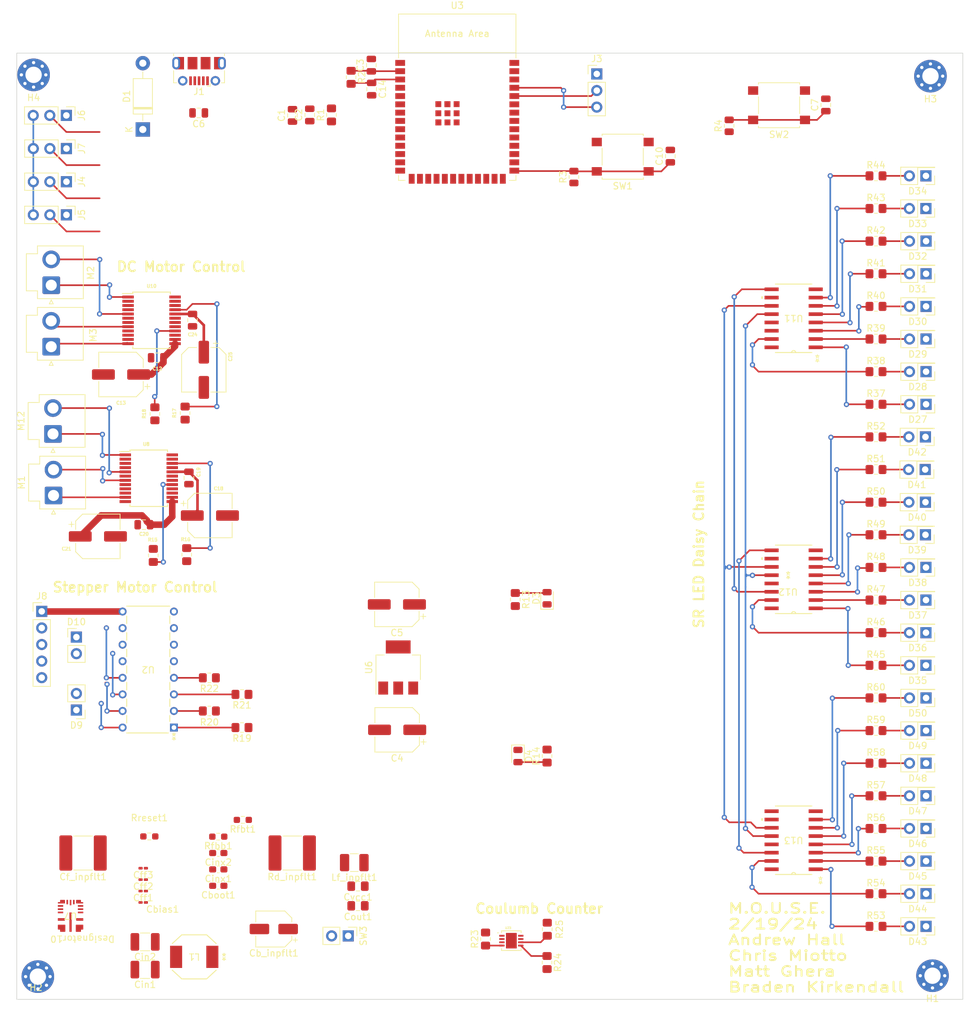
<source format=kicad_pcb>
(kicad_pcb (version 20221018) (generator pcbnew)
  (layers (0 "F.Cu" signal) (31 "B.Cu" signal) (34 "B.Paste" user) (35 "F.Paste" user) (36 "B.SilkS" user "B.Silkscreen") (37 "F.SilkS" user "F.Silkscreen") (38 "B.Mask" user) (39 "F.Mask" user) (44 "Edge.Cuts" user))
  (net 0 "")
  (net 1 "+3.3V")
  (net 2 "GND")
  (net 3 "/ESP_3V3")
  (net 4 "+5V")
  (net 5 "GPIO0")
  (net 6 "CHIP_PU")
  (net 7 "Net-(U7-SW)")
  (net 8 "Net-(U7-CBOOT)")
  (net 9 "Net-(Cb_inpflt1-Pad1)")
  (net 10 "Net-(U7-FB)")
  (net 11 "Net-(SW3-B)")
  (net 12 "Net-(U7-EN)")
  (net 13 "Net-(U7-VCC)")
  (net 14 "Net-(D1-A)")
  (net 15 "Net-(D3-A)")
  (net 16 "Net-(D4-A)")
  (net 17 "Net-(D27-A)")
  (net 18 "Net-(D28-A)")
  (net 19 "Net-(D29-A)")
  (net 20 "Net-(D30-A)")
  (net 21 "Net-(D31-A)")
  (net 22 "Net-(D32-A)")
  (net 23 "Net-(D33-A)")
  (net 24 "Net-(D34-A)")
  (net 25 "Net-(D35-A)")
  (net 26 "Net-(D36-A)")
  (net 27 "Net-(D37-A)")
  (net 28 "Net-(D38-A)")
  (net 29 "Net-(D39-A)")
  (net 30 "Net-(D40-A)")
  (net 31 "Net-(D41-A)")
  (net 32 "Net-(D42-A)")
  (net 33 "Net-(D43-A)")
  (net 34 "Net-(D44-A)")
  (net 35 "Net-(D45-A)")
  (net 36 "Net-(D46-A)")
  (net 37 "Net-(D47-A)")
  (net 38 "Net-(D48-A)")
  (net 39 "Net-(D49-A)")
  (net 40 "Net-(D50-A)")
  (net 41 "GPIO19")
  (net 42 "GPIO20")
  (net 45 "RXD")
  (net 46 "TXD")
  (net 47 "PIR1")
  (net 48 "PIR2")
  (net 49 "PIR3")
  (net 50 "PIR4")
  (net 51 "Net-(U2-OUT1)")
  (net 52 "MD1-1")
  (net 53 "Net-(U8-AIN1)")
  (net 54 "MD1-2")
  (net 55 "Net-(U8-AIN2)")
  (net 56 "MD2-1")
  (net 57 "Net-(U10-AIN1)")
  (net 58 "MD2-2")
  (net 59 "Net-(U10-AIN2)")
  (net 60 "SMD1")
  (net 61 "Net-(U2-IN1)")
  (net 62 "SMD2")
  (net 63 "Net-(U2-IN2)")
  (net 64 "SMD3")
  (net 65 "Net-(U2-IN3)")
  (net 66 "SMD4")
  (net 67 "Net-(U2-IN4)")
  (net 68 "CC-2")
  (net 69 "CC-1")
  (net 70 "CC-3")
  (net 71 "Net-(U11-QB)")
  (net 72 "Net-(U11-QA)")
  (net 73 "Net-(U11-QC)")
  (net 74 "Net-(U11-QD)")
  (net 75 "Net-(U11-QE)")
  (net 76 "Net-(U11-QF)")
  (net 77 "Net-(U11-QG)")
  (net 78 "Net-(U11-QH)")
  (net 79 "Net-(U12-QB)")
  (net 80 "Net-(U12-QA)")
  (net 81 "Net-(U12-QC)")
  (net 82 "Net-(U12-QD)")
  (net 83 "Net-(U12-QE)")
  (net 84 "Net-(U12-QF)")
  (net 85 "Net-(U12-QG)")
  (net 86 "Net-(U12-QH)")
  (net 87 "Net-(U13-QB)")
  (net 88 "Net-(U13-QA)")
  (net 89 "Net-(U13-QC)")
  (net 90 "Net-(U13-QD)")
  (net 91 "Net-(U13-QE)")
  (net 92 "Net-(U13-QF)")
  (net 93 "Net-(U13-QG)")
  (net 94 "Net-(U13-QH)")
  (net 95 "Net-(U7-RESET)")
  (net 96 "18V")
  (net 103 "LATCH")
  (net 104 "STBY")
  (net 106 "SER")
  (net 107 "CLK")
  (net 117 "MD2")
  (net 118 "MD1")
  (net 119 "Net-(U11-QH')")
  (net 120 "Net-(U12-QH')")
  (net 124 "Net-(D5-A1)")
  (net 125 "Net-(D5-A2)")
  (net 126 "Net-(D6-A1)")
  (net 127 "Net-(D6-A2)")
  (net 128 "Net-(D7-A1)")
  (net 129 "Net-(D7-A2)")
  (net 130 "Net-(D8-A1)")
  (net 131 "Net-(D8-A2)")
  (net 132 "Net-(D9-A1)")
  (net 133 "Net-(D9-A2)")
  (net 134 "Net-(D10-A2)")
  (footprint "Connector_USB:USB_Micro-B_Molex-105017-0001" (layer "F.Cu") (at 55.88 35.14369 180)
    (fp_text reference "J1")
    (fp_text value "USB_B_Micro")
  )
  (footprint "Capacitor_SMD:C_1210_3225Metric_Pad1.33x2.70mm_HandSolder" (layer "F.Cu") (at 47.6077 168.5552 180)
    (fp_text reference "Cin2")
    (fp_text value "10uF")
  )
  (footprint "MountingHole:MountingHole_2.5mm_Pad_Via" (layer "F.Cu") (at 30.521393 35.695996 180)
    (fp_text reference "H4")
    (fp_text value "MountingHole")
  )
  (footprint "Resistor_SMD:R_0805_2012Metric_Pad1.20x1.40mm_HandSolder" (layer "F.Cu") (at 159.635568 101.176187)
    (fp_text reference "R50")
    (fp_text value "200Ω")
  )
  (footprint "ULN2003APG:DIP-16L_6P35X19P18_TOS" (layer "F.Cu") (at 52.030198 135.71348 180)
    (fp_text reference "U2")
    (fp_text value "ULN2003APG")
  )
  (footprint "Capacitor_SMD:C_0805_2012Metric" (layer "F.Cu") (at 70.202146 41.906868 90)
    (fp_text reference "C1")
    (fp_text value "10uF/25V")
  )
  (footprint "MountingHole:MountingHole_2.5mm_Pad_Via" (layer "F.Cu") (at 31.173616 173.878341 180)
    (fp_text reference "H2")
    (fp_text value "MountingHole")
  )
  (footprint "Resistor_SMD:R_0805_2012Metric_Pad1.20x1.40mm_HandSolder" (layer "F.Cu") (at 57.4602 133.17348 180)
    (fp_text reference "R20")
    (fp_text value "20Ohm")
  )
  (footprint "SN74HC595NSR:NS16" (layer "F.Cu") (at 147.013768 113.001187 180)
    (fp_text reference "U12")
    (fp_text value "74HC595")
  )
  (footprint "Capacitor_SMD:C_0201_0603Metric_Pad0.64x0.40mm_HandSolder" (layer "F.Cu") (at 47.325 157.2652 180)
    (fp_text reference "Cff3")
    (fp_text value "6.8pF")
  )
  (footprint "Resistor_SMD:R_0603_1608Metric_Pad0.98x0.95mm_HandSolder" (layer "F.Cu") (at 58.83 152.43 180)
    (fp_text reference "Rfbb1")
    (fp_text value "24.9kOhm")
  )
  (footprint "Connector_PinHeader_2.54mm:PinHeader_2x01_P2.54mm_Vertical" (layer "F.Cu") (at 167.219168 106.176187 180)
    (fp_text reference "D39")
    (fp_text value "LED")
  )
  (footprint "Capacitor_SMD:CP_Elec_6.3x7.7" (layer "F.Cu") (at 57.542791 103.221861)
    (fp_text reference "C18")
    (fp_text value "10uF")
  )
  (footprint "Connector_PinHeader_2.54mm:PinHeader_2x01_P2.54mm_Vertical" (layer "F.Cu") (at 167.29738 116.176187 180)
    (fp_text reference "D37")
    (fp_text value "LED")
  )
  (footprint "Connector_PinHeader_2.54mm:PinHeader_2x01_P2.54mm_Vertical" (layer "F.Cu") (at 167.29738 126.176187 180)
    (fp_text reference "D35")
    (fp_text value "LED")
  )
  (footprint "Capacitor_SMD:C_2220_5750Metric_Pad1.97x5.40mm_HandSolder" (layer "F.Cu") (at 70.16 154.94 180)
    (fp_text reference "Rd_inpflt1")
    (fp_text value "100mOhm")
  )
  (footprint "Connector_PinHeader_2.54mm:PinHeader_1x02_P2.54mm_Vertical" (layer "F.Cu") (at 37.083967 121.854431)
    (fp_text reference "D10")
    (fp_text value "D_TVS")
  )
  (footprint "Capacitor_SMD:C_0805_2012Metric_Pad1.18x1.45mm_HandSolder" (layer "F.Cu") (at 80.2425 160.02 180)
    (fp_text reference "Cvcc1")
    (fp_text value "2.2uF")
  )
  (footprint "Resistor_SMD:R_0805_2012Metric_Pad1.20x1.40mm_HandSolder" (layer "F.Cu") (at 159.635568 161.176187)
    (fp_text reference "R54")
    (fp_text value "200Ω")
  )
  (footprint "Connector_PinHeader_2.54mm:PinHeader_1x03_P2.54mm_Vertical" (layer "F.Cu") (at 35.56 52.07 -90)
    (fp_text reference "J4")
    (fp_text value "PIR 1 Header")
  )
  (footprint "Connector_PinHeader_2.54mm:PinHeader_1x03_P2.54mm_Vertical" (layer "F.Cu") (at 35.545 41.91 -90)
    (fp_text reference "J6")
    (fp_text value "PIR 3 Header")
  )
  (footprint "Connector_PinHeader_2.54mm:PinHeader_2x01_P2.54mm_Vertical" (layer "F.Cu") (at 167.31086 136.176187 180)
    (fp_text reference "D49")
    (fp_text value "LED")
  )
  (footprint "Capacitor_SMD:C_0201_0603Metric_Pad0.64x0.40mm_HandSolder" (layer "F.Cu") (at 47.325 159.0152 180)
    (fp_text reference "Cff2")
    (fp_text value "6.8pF")
  )
  (footprint "Connector_PinHeader_2.54mm:PinHeader_2x01_P2.54mm_Vertical" (layer "F.Cu") (at 167.31086 76.176187 180)
    (fp_text reference "D29")
    (fp_text value "LED")
  )
  (footprint "MountingHole:MountingHole_2.5mm_Pad_Via" (layer "F.Cu") (at 167.984748 35.893713 180)
    (fp_text reference "H3")
    (fp_text value "MountingHole")
  )
  (footprint "Connector_JST:JST_VH_B2P-VH_1x02_P3.96mm_Vertical" (layer "F.Cu") (at 33.226635 67.93133 90)
    (fp_text reference "M2")
    (fp_text value "Motor_DC")
  )
  (footprint "Connector_PinHeader_2.54mm:PinHeader_1x02_P2.54mm_Vertical" (layer "F.Cu") (at 78.74 167.64 -90)
    (fp_text reference "SW3")
    (fp_text value "SW_SPST")
  )
  (footprint "Resistor_SMD:R_0805_2012Metric_Pad1.20x1.40mm_HandSolder" (layer "F.Cu") (at 159.635568 86.176187)
    (fp_text reference "R37")
    (fp_text value "200Ω")
  )
  (footprint "LTC2944IDD_PBF:SON300X300X80-9N" (layer "F.Cu") (at 103.745553 168.368575)
    (fp_text reference "U23")
    (fp_text value "LTC2944IDD_PBF")
  )
  (footprint "Resistor_SMD:R_0805_2012Metric_Pad1.20x1.40mm_HandSolder" (layer "F.Cu") (at 99.792451 168.119669 90)
    (fp_text reference "R23")
    (fp_text value "2k")
  )
  (footprint "Resistor_SMD:R_0805_2012Metric_Pad1.20x1.40mm_HandSolder" (layer "F.Cu") (at 57.4602 128.09348 180)
    (fp_text reference "R22")
    (fp_text value "20Ohm")
  )
  (footprint "Resistor_SMD:R_0805_2012Metric_Pad1.20x1.40mm_HandSolder" (layer "F.Cu") (at 48.867818 109.336242 -90)
    (fp_text reference "R15")
    (fp_text value "20Ohm")
  )
  (footprint "Connector_PinHeader_2.54mm:PinHeader_2x01_P2.54mm_Vertical" (layer "F.Cu") (at 167.219168 91.176187 180)
    (fp_text reference "D42")
    (fp_text value "LED")
  )
  (footprint "Connector_PinHeader_2.54mm:PinHeader_2x01_P2.54mm_Vertical" (layer "F.Cu") (at 167.31086 71.176187 180)
    (fp_text reference "D30")
    (fp_text value "LED")
  )
  (footprint "Capacitor_SMD:C_0603_1608Metric_Pad1.08x0.95mm_HandSolder" (layer "F.Cu") (at 58.83 159.96 180)
    (fp_text reference "Cboot1")
    (fp_text value "100nF")
  )
  (footprint "Connector_PinHeader_2.54mm:PinHeader_1x03_P2.54mm_Vertical" (layer "F.Cu") (at 35.56 57.15 -90)
    (fp_text reference "J5")
    (fp_text value "PIR 2 Header")
  )
  (footprint "Capacitor_SMD:C_0805_2012Metric_Pad1.18x1.45mm_HandSolder" (layer "F.Cu") (at 80.2425 163.03 180)
    (fp_text reference "Cout1")
    (fp_text value "10uF")
  )
  (footprint "Connector_PinHeader_2.54mm:PinHeader_1x02_P2.54mm_Vertical" (layer "F.Cu") (at 37.083967 133.034611 180)
    (fp_text reference "D9")
    (fp_text value "D_TVS")
  )
  (footprint "Resistor_SMD:R_0603_1608Metric_Pad0.98x0.95mm_HandSolder" (layer "F.Cu") (at 62.5875 149.86 180)
    (fp_text reference "Rfbt1")
    (fp_text value "100kOhm")
  )
  (footprint "Diode_THT:D_DO-41_SOD81_P10.16mm_Horizontal" (layer "F.Cu") (at 47.26 44.06619 90)
    (fp_text reference "D1")
    (fp_text value "1N5819")
  )
  (footprint "SN74HC595NSR:NS16" (layer "F.Cu") (at 147.013768 152.981187 180)
    (fp_text reference "U13")
    (fp_text value "74HC595")
  )
  (footprint "Connector_PinHeader_2.54mm:PinHeader_2x01_P2.54mm_Vertical" (layer "F.Cu") (at 167.31086 166.176187 180)
    (fp_text reference "D43")
    (fp_text value "LED")
  )
  (footprint "Connector_PinHeader_2.54mm:PinHeader_2x01_P2.54mm_Vertical" (layer "F.Cu") (at 167.31086 151.176187 180)
    (fp_text reference "D46")
    (fp_text value "LED")
  )
  (footprint "Resistor_SMD:R_0805_2012Metric_Pad1.20x1.40mm_HandSolder" (layer "F.Cu") (at 62.4602 130.63348 180)
    (fp_text reference "R21")
    (fp_text value "20Ohm")
  )
  (footprint "Resistor_SMD:R_0805_2012Metric_Pad1.20x1.40mm_HandSolder" (layer "F.Cu") (at 159.635568 126.176187)
    (fp_text reference "R45")
    (fp_text value "200Ω")
  )
  (footprint "Connector_PinHeader_2.54mm:PinHeader_2x01_P2.54mm_Vertical" (layer "F.Cu") (at 167.31086 66.176187 180)
    (fp_text reference "D31")
    (fp_text value "LED")
  )
  (footprint "Package_TO_SOT_SMD:SOT-223-3_TabPin2" (layer "F.Cu") (at 86.404799 126.511735 90)
    (fp_text reference "U6")
    (fp_text value "LD1117S33TR_SOT223")
  )
  (footprint "Button_Switch_SMD:SW_SPST_B3S-1000" (layer "F.Cu") (at 120.815 48.234289 180)
    (fp_text reference "SW1")
    (fp_text value "BOOT")
  )
  (footprint "Capacitor_SMD:CP_Elec_6.3x7.7" (layer "F.Cu") (at 43.920544 81.612317 180)
    (fp_text reference "C13")
    (fp_text value "10uF")
  )
  (footprint "Resistor_SMD:R_0805_2012Metric_Pad1.20x1.40mm_HandSolder" (layer "F.Cu") (at 159.635568 76.176187)
    (fp_text reference "R39")
    (fp_text value "200Ω")
  )
  (footprint "Connector_PinHeader_2.54mm:PinHeader_2x01_P2.54mm_Vertical" (layer "F.Cu") (at 167.292787 56.176187 180)
    (fp_text reference "D33")
    (fp_text value "LED")
  )
  (footprint "Capacitor_SMD:C_0805_2012Metric" (layer "F.Cu") (at 128.115657 48.150935 90)
    (fp_text reference "C10")
    (fp_text value "0.1uF/50V")
  )
  (footprint "Espressif:ESP32-S3-WROOM-1" (layer "F.Cu") (at 95.455605 42.123638)
    (fp_text reference "U3")
    (fp_text value "ESP32-S3-WROOM-1")
  )
  (footprint "Inductor_SMD:L_1210_3225Metric_Pad1.42x2.65mm_HandSolder" (layer "F.Cu") (at 79.6725 156.41 180)
    (fp_text reference "Lf_inpflt1")
    (fp_text value "220nH")
  )
  (footprint "Resistor_SMD:R_0805_2012Metric_Pad1.20x1.40mm_HandSolder" (layer "F.Cu") (at 49.113414 87.637822 90)
    (fp_text reference "R18")
    (fp_text value "20Ohm")
  )
  (footprint "Resistor_SMD:R_0805_2012Metric_Pad1.20x1.40mm_HandSolder" (layer "F.Cu") (at 159.635568 141.176187)
    (fp_text reference "R58")
    (fp_text value "200Ω")
  )
  (footprint "Capacitor_SMD:CP_Elec_6.3x7.7" (layer "F.Cu") (at 86.2 116.84 180)
    (fp_text reference "C5")
    (fp_text value "10uF")
  )
  (footprint "Connector_PinHeader_2.54mm:PinHeader_2x01_P2.54mm_Vertical" (layer "F.Cu") (at 167.175568 96.176187 180)
    (fp_text reference "D41")
    (fp_text value "LED")
  )
  (footprint "Resistor_SMD:R_0805_2012Metric_Pad1.20x1.40mm_HandSolder" (layer "F.Cu") (at 53.994555 109.214103 90)
    (fp_text reference "R16")
    (fp_text value "20Ohm")
  )
  (footprint "Capacitor_SMD:C_2220_5750Metric_Pad1.97x5.40mm_HandSolder" (layer "F.Cu") (at 38.1 154.94 180)
    (fp_text reference "Cf_inpflt1")
    (fp_text value "4.7uF")
  )
  (footprint "Capacitor_SMD:C_0805_2012Metric" (layer "F.Cu") (at 54.328869 97.466387 -90)
    (fp_text reference "C19")
    (fp_text value "0.1uF")
  )
  (footprint "Connector_PinHeader_2.54mm:PinHeader_2x01_P2.54mm_Vertical" (layer "F.Cu") (at 167.31086 156.176187 180)
    (fp_text reference "D45")
    (fp_text value "LED")
  )
  (footprint "Resistor_SMD:R_0805_2012Metric" (layer "F.Cu") (at 113.335115 51.350611 90)
    (fp_text reference "R3")
    (fp_text value "10k")
  )
  (footprint "Resistor_SMD:R_0805_2012Metric_Pad1.20x1.40mm_HandSolder" (layer "F.Cu") (at 109.22 171.72 -90)
    (fp_text reference "R24")
    (fp_text value "2k")
  )
  (footprint "LED_SMD:LED_0805_2012Metric" (layer "F.Cu") (at 109.22 115.9025 90)
    (fp_text reference "D3")
    (fp_text value "LED")
  )
  (footprint "Capacitor_SMD:C_0805_2012Metric" (layer "F.Cu") (at 151.944725 40.30638 90)
    (fp_text reference "C7")
    (fp_text value "0.1uF/50V")
  )
  (footprint "LM62460RPHR:RPH0016A" (layer "F.Cu") (at 36.184501 164.570001 180)
    (fp_text reference "U7")
    (fp_text value "LM62460RPHR")
  )
  (footprint "MountingHole:MountingHole_2.5mm_Pad_Via" (layer "F.Cu") (at 168.296447 173.741919 180)
    (fp_text reference "H1")
    (fp_text value "MountingHole")
  )
  (footprint "Resistor_SMD:R_0805_2012Metric_Pad1.20x1.40mm_HandSolder" (layer "F.Cu") (at 159.635568 51.176187)
    (fp_text reference "R44")
    (fp_text value "200Ω")
  )
  (footprint "Resistor_SMD:R_0805_2012Metric_Pad1.20x1.40mm_HandSolder" (layer "F.Cu") (at 159.635568 136.176187)
    (fp_text reference "R59")
    (fp_text value "200Ω")
  )
  (footprint "Capacitor_SMD:C_0603_1608Metric_Pad1.08x0.95mm_HandSolder" (layer "F.Cu") (at 58.83 157.45 180)
    (fp_text reference "Cinx1")
    (fp_text value "1uF")
  )
  (footprint "Resistor_SMD:R_0805_2012Metric_Pad1.20x1.40mm_HandSolder" (layer "F.Cu") (at 159.635568 166.176187)
    (fp_text reference "R53")
    (fp_text value "200Ω")
  )
  (footprint "Capacitor_SMD:C_0805_2012Metric" (layer "F.Cu") (at 72.850255 41.838967 90)
    (fp_text reference "C2")
    (fp_text value "1uF/50V")
  )
  (footprint "Capacitor_SMD:C_0201_0603Metric_Pad0.64x0.40mm_HandSolder" (layer "F.Cu") (at 47.325 162.5152 180)
    (fp_text reference "Cbias1")
    (fp_text value "1uF")
  )
  (footprint "Resistor_SMD:R_0805_2012Metric_Pad1.20x1.40mm_HandSolder" (layer "F.Cu") (at 109.24788 166.616387 90)
    (fp_text reference "R25")
    (fp_text value "2k")
  )
  (footprint "Capacitor_SMD:C_0805_2012Metric" (layer "F.Cu") (at 82.333653 37.879327 -90)
    (fp_text reference "C14")
    (fp_text value "1uf/16V")
  )
  (footprint "Connector_PinHeader_2.54mm:PinHeader_2x01_P2.54mm_Vertical" (layer "F.Cu") (at 167.29738 111.176187 180)
    (fp_text reference "D38")
    (fp_text value "LED")
  )
  (footprint "Capacitor_SMD:C_0805_2012Metric" (layer "F.Cu") (at 54.883303 73.280969 -90)
    (fp_text reference "C24")
    (fp_text value "0.1uF")
  )
  (footprint "Package_SO:SSOP-24_5.3x8.2mm_P0.65mm" (layer "F.Cu") (at 48.604138 73.312879)
    (fp_text reference "U10")
    (fp_text value "TB6612FNG")
  )
  (footprint "Connector_PinHeader_2.54mm:PinHeader_2x01_P2.54mm_Vertical" (layer "F.Cu") (at 167.31086 141.176187 180)
    (fp_text reference "D48")
    (fp_text value "LED")
  )
  (footprint "Resistor_SMD:R_0805_2012Metric_Pad1.20x1.40mm_HandSolder" (layer "F.Cu") (at 159.635568 106.176187)
    (fp_text reference "R49")
    (fp_text value "200Ω")
  )
  (footprint "Capacitor_SMD:C_1210_3225Metric_Pad1.33x2.70mm_HandSolder" (layer "F.Cu") (at 47.6077 172.8052 180)
    (fp_text reference "Cin1")
    (fp_text value "10uF")
  )
  (footprint "Button_Switch_SMD:SW_SPST_B3S-1000" (layer "F.Cu") (at 144.78 40.35 180)
    (fp_text reference "SW2")
    (fp_text value "RESET")
  )
  (footprint "Capacitor_SMD:C_0805_2012Metric" (layer "F.Cu") (at 82.288386 34.211509 90)
    (fp_text reference "C3")
    (fp_text value "1uF/16V")
  )
  (footprint "Resistor_SMD:R_0805_2012Metric_Pad1.20x1.40mm_HandSolder" (layer "F.Cu") (at 159.635568 56.176187)
    (fp_text reference "R43")
    (fp_text value "200Ω")
  )
  (footprint "Capacitor_SMD:C_0805_2012Metric" (layer "F.Cu") (at 47.427173 104.628539 180)
    (fp_text reference "C20")
    (fp_text value "0.1uF")
  )
  (footprint "Resistor_SMD:R_0805_2012Metric_Pad1.20x1.40mm_HandSolder" (layer "F.Cu") (at 159.635568 66.176187)
    (fp_text reference "R41")
    (fp_text value "200Ω")
  )
  (footprint "Connector_JST:JST_VH_B2P-VH_1x02_P3.96mm_Vertical" (layer "F.Cu") (at 33.49475 90.718578 90)
    (fp_text reference "M12")
    (fp_text value "Motor_DC")
  )
  (footprint "Resistor_SMD:R_0805_2012Metric_Pad1.20x1.40mm_HandSolder" (layer "F.Cu") (at 159.635568 61.176187)
    (fp_text reference "R42")
    (fp_text value "200Ω")
  )
  (footprint "Connector_PinHeader_2.54mm:PinHeader_2x01_P2.54mm_Vertical" (layer "F.Cu") (at 167.292787 51.176187 180)
    (fp_text reference "D34")
    (fp_text value "LED")
  )
  (footprint "Resistor_SMD:R_0805_2012Metric_Pad1.20x1.40mm_HandSolder" (layer "F.Cu") (at 62.4602 135.71348 180)
    (fp_text reference "R19")
    (fp_text value "20Ohm")
  )
  (footprint "Resistor_SMD:R_0805_2012Metric_Pad1.20x1.40mm_HandSolder" (layer "F.Cu") (at 159.635568 156.176187)
    (fp_text reference "R55")
    (fp_text value "200Ω")
  )
  (footprint "Resistor_SMD:R_0805_2012Metric_Pad1.20x1.40mm_HandSolder" (layer "F.Cu") (at 159.635568 116.176187)
    (fp_text reference "R47")
    (fp_text value "200Ω")
  )
  (footprint "Connector_PinHeader_2.54mm:PinHeader_2x01_P2.54mm_Vertical" (layer "F.Cu") (at 167.31086 81.176187 180)
    (fp_text reference "D28")
    (fp_text value "LED")
  )
  (footprint "Resistor_SMD:R_0805_2012Metric_Pad1.20x1.40mm_HandSolder" (layer "F.Cu") (at 159.635568 71.176187)
    (fp_text reference "R40")
    (fp_text value "200Ω")
  )
  (footprint "Capacitor_SMD:C_0201_0603Metric_Pad0.64x0.40mm_HandSolder" (layer "F.Cu") (at 47.325 160.7652 180)
    (fp_text reference "Cff1")
    (fp_text value "6.8pF")
  )
  (footprint "Connector_PinHeader_2.54mm:PinHeader_1x03_P2.54mm_Vertical" (layer "F.Cu") (at 35.56 46.99 -90)
    (fp_text reference "J7")
    (fp_text value "PIR 4 Header")
  )
  (footprint "Resistor_SMD:R_0805_2012Metric_Pad1.20x1.40mm_HandSolder" (layer "F.Cu") (at 159.635568 121.176187)
    (fp_text reference "R46")
    (fp_text value "200Ω")
  )
  (footprint "Resistor_SMD:R_0805_2012Metric_Pad1.20x1.40mm_HandSolder" (layer "F.Cu") (at 159.635568 96.176187)
    (fp_text reference "R51")
    (fp_text value "200Ω")
  )
  (footprint "Resistor_SMD:R_0805_2012Metric_Pad1.20x1.40mm_HandSolder" (layer "F.Cu") (at 53.742908 87.524064 90)
    (fp_text reference "R17")
    (fp_text value "20Ohm")
  )
  (footprint "Capacitor_SMD:C_0805_2012Metric" (layer "F.Cu") (at 49.476284 79.048129 180)
    (fp_text reference "C12")
    (fp_text value "0.1uF")
  )
  (footprint "Capacitor_SMD:CP_Elec_6.3x7.7" (layer "F.Cu") (at 86.244799 136.061735 180)
    (fp_text reference "C4")
    (fp_text value "10uF")
  )
  (footprint "Resistor_SMD:R_0805_2012Metric_Pad1.20x1.40mm_HandSolder" (layer "F.Cu") (at 79.187609 36.072181 -90)
    (fp_text reference "R2")
    (fp_text value "10K")
  )
  (footprint "Resistor_SMD:R_0805_2012Metric_Pad1.20x1.40mm_HandSolder" (layer "F.Cu") (at 159.635568 146.176187)
    (fp_text reference "R57")
    (fp_text value "200Ω")
  )
  (footprint "Capacitor_SMD:C_0805_2012Metric" (layer "F.Cu") (at 55.83 41.52619 180)
    (fp_text reference "C6")
    (fp_text value "10uF/25V")
  )
  (footprint "Connector_PinHeader_2.54mm:PinHeader_2x01_P2.54mm_Vertical" (layer "F.Cu") (at 167.31086 161.176187 180)
    (fp_text reference "D44")
    (fp_text value "LED")
  )
  (footprint "Connector_JST:JST_VH_B2P-VH_1x02_P3.96mm_Vertical" (layer "F.Cu") (at 33.572928 100.152078 90)
    (fp_text reference "M1")
    (fp_text value "Motor_DC")
  )
  (footprint "Resistor_SMD:R_0805_2012Metric_Pad1.20x1.40mm_HandSolder" (layer "F.Cu") (at 76.177366 41.83544 90)
    (fp_text reference "R1")
    (fp_text value "0")
  )
  (footprint "LED_SMD:LED_0805_2012Metric" (layer "F.Cu") (at 104.75891 140.07252 -90)
    (fp_text reference "D4")
    (fp_text value "LED")
  )
  (footprint "Capacitor_SMD:CP_Elec_6.3x7.7" (layer "F.Cu") (at 56.612219 80.890902 -90)
    (fp_text reference "C25")
    (fp_text value "10uF")
  )
  (footprint "Resistor_SMD:R_0805_2012Metric_Pad1.20x1.40mm_HandSolder" (layer "F.Cu") (at 159.635568 111.176187)
    (fp_text reference "R48")
    (fp_text value "200Ω")
  )
  (footprint "Connector_JST:JST_VH_B2P-VH_1x02_P3.96mm_Vertical" (layer "F.Cu") (at 33.217507 77.353258 90)
    (fp_text reference "M3")
    (fp_text value "Motor_DC")
  )
  (footprint "Capacitor_SMD:CP_Elec_6.3x7.7" (layer "F.Cu") (at 40.371769 106.421133)
    (fp_text reference "C21")
    (fp_text value "10uF")
  )
  (footprint "Connector_PinHeader_2.54mm:PinHeader_2x01_P2.54mm_Vertical" (layer "F.Cu") (at 167.29738 121.176187 180)
    (fp_text reference "D36")
    (fp_text value "LED")
  )
  (footprint "Connector_PinHeader_2.54mm:PinHeader_2x01_P2.54mm_Vertical" (layer "F.Cu") (at 167.31086 86.176187 180)
    (fp_text reference "D27")
    (fp_text value "LED")
  )
  (footprint "Connector_PinHeader_2.54mm:PinHeader_2x01_P2.54mm_Vertical" (layer "F.Cu") (at 167.31086 146.176187 180)
    (fp_text reference "D47")
    (fp_text value "LED")
  )
  (footprint "Connector_PinHeader_2.54mm:PinHeader_2x01_P2.54mm_Vertical" (layer "F.Cu") (at 167.219168 101.176187 180)
    (fp_text reference "D40")
    (fp_text value "LED")
  )
  (footprint "Resistor_SMD:R_0805_2012Metric_Pad1.20x1.40mm_HandSolder" (layer "F.Cu") (at 159.635568 91.176187)
    (fp_text reference "R52")
    (fp_text value "200Ω")
  )
  (footprint "Resistor_SMD:R_0805_2012Metric_Pad1.20x1.40mm_HandSolder" (layer "F.Cu") (at 159.635568 81.176187)
    (fp_text reference "R38")
    (fp_text value "200Ω")
  )
  (footprint "Resistor_SMD:R_0805_2012Metric" (layer "F.Cu") (at 137.130516 43.501667 90)
    (fp_text reference "R4")
    (fp_text value "10k")
  )
  (footprint "Resistor_SMD:R_0805_2012Metric_Pad1.20x1.40mm_HandSolder" (layer "F.Cu") (at 109.22 140.08109 90)
    (fp_text reference "R14")
    (fp_text value "333Ω")
  )
  (footprint "Resistor_SMD:R_0805_2012Metric_Pad1.20x1.40mm_HandSolder" (layer "F.Cu") (at 159.635568 151.176187)
    (fp_text reference "R56")
    (fp_text value "200Ω")
  )
  (footprint "Connector_PinHeader_2.54mm:PinHeader_2x01_P2.54mm_Vertical" (layer "F.Cu") (at 167.31086 61.176187 180)
    (fp_text reference "D32")
    (fp_text value "LED")
  )
  (footprint "SPM6530T-1R0M120:IND_SPM6530_TDK" (layer "F.Cu") (at 55.1425 170.85 180)
    (fp_text reference "L1")
    (fp_text value "1uH")
  )
  (footprint "Package_SO:SSOP-24_5.3x8.2mm_P0.65mm" (layer "F.Cu") (at 48.172359 97.509196)
    (fp_text reference "U8")
    (fp_text value "TB6612FNG")
  )
  (footprint "Resistor_SMD:R_0805_2012Metric_Pad1.20x1.40mm_HandSolder" (layer "F.Cu") (at 104.351943 116.092835 -90)
    (fp_text reference "R13")
    (fp_text value "200Ω")
  )
  (footprint "Connector_PinHeader_2.54mm:PinHeader_2x01_P2.54mm_Vertical" (layer "F.Cu") (at 167.31086 131.176187 180)
    (fp_text reference "D50")
    (fp_text value "LED")
  )
  (footprint "Connector_PinHeader_2.54mm:PinHeader_1x05_P2.54mm_Vertical" (layer "F.Cu") (at 31.768125 117.909684)
    (fp_text reference "J8")
    (fp_text value "step. mot. con.")
  )
  (footprint "SN74HC595NSR:NS16" (layer "F.Cu") (at 147.013768 73.001187 180)
    (fp_text reference "U11")
    (fp_text value "74HC595")
  )
  (footprint "Capacitor_SMD:C_0603_1608Metric_Pad1.08x0.95mm_HandSolder" (layer "F.Cu") (at 58.83 154.94 180)
    (fp_text reference "Cinx2")
    (fp_text value "1uF")
  )
  (footprint "Resistor_SMD:R_0603_1608Metric_Pad0.98x0.95mm_HandSolder" (layer "F.Cu") (at 48.26 152.4 180)
    (fp_text reference "Rreset1")
    (fp_text value "100kOhm")
  )
  (footprint "Resistor_SMD:R_0805_2012Metric_Pad1.20x1.40mm_HandSolder" (layer "F.Cu") (at 159.635568 131.176187)
    (fp_text reference "R60")
    (fp_text value "200Ω")
  )
  (footprint "Connector_PinHeader_2.54mm:PinHeader_1x03_P2.54mm_Vertical" (layer "F.Cu") (at 116.84 35.56)
    (fp_text reference "J3")
    (fp_text value "TXD/RXD/GND")
  )
  (footprint "Capacitor_SMD:CP_Elec_5x5.9" (layer "F.Cu") (at 67.335 166.5852 180)
    (fp_text reference "Cb_inpflt1")
    (fp_text value "4.7uF")
  )
  (gr_rect (start 27.94 32.363056) (end 172.94 177.363056) (stroke (width 0.1)) (fill none) (layer "Edge.Cuts"))
  (gr_text "SR LED Daisy Chain" (at 133.359928 120.66052 90) (layer "F.SilkS") (effects (font (size 1.5 1.5) (thickness 0.3) bold) (justify left bottom)))
  (gr_text "DC Motor Control" (at 43.12 65.98) (layer "F.SilkS") (effects (font (size 1.5 1.5) (thickness 0.3) bold) (justify left bottom)))
  (gr_text "Coulumb Counter" (at 98.06114 164.335988) (layer "F.SilkS") (effects (font (size 1.5 1.5) (thickness 0.3) bold) (justify left bottom)))
  (gr_text "M.O.U.S.E.\n2/19/24\nAndrew Hall\nChris Miotto\nMatt Ghera\nBraden Kirkendall" (at 136.797606 176.372759) (layer "F.SilkS") (effects (font (size 1.5 2) (thickness 0.3) bold) (justify left bottom)))
  (gr_text "Stepper Motor Control" (at 33.305688 115.080615) (layer "F.SilkS") (effects (font (size 1.5 1.5) (thickness 0.3) bold) (justify left bottom)))
  (segment (start 55.642791 97.830309) (end 55.642791 102.421861) (width 0.4) (layer "F.Cu") (net 1))
  (segment (start 54.883303 72.330969) (end 56.612219 74.059885) (width 0.4) (layer "F.Cu") (net 1))
  (segment (start 55.642791 102.421861) (end 54.842791 103.221861) (width 0.4) (layer "F.Cu") (net 1))
  (segment (start 54.328869 96.516387) (end 51.790168 96.516387) (width 0.4) (layer "F.Cu") (net 1))
  (segment (start 54.876393 72.337879) (end 54.883303 72.330969) (width 0.25) (layer "F.Cu") (net 1))
  (segment (start 52.204138 72.337879) (end 54.876393 72.337879) (width 0.4) (layer "F.Cu") (net 1))
  (segment (start 54.328869 96.516387) (end 55.642791 97.830309) (width 0.4) (layer "F.Cu") (net 1))
  (segment (start 51.790168 96.516387) (end 51.772359 96.534196) (width 0.25) (layer "F.Cu") (net 1))
  (segment (start 56.612219 74.059885) (end 56.612219 78.190902) (width 0.4) (layer "F.Cu") (net 1))
  (segment (start 30.48 52.07) (end 30.48 46.99) (width 0.25) (layer "B.Cu") (net 1))
  (segment (start 30.48 52.07) (end 30.48 57.15) (width 0.25) (layer "B.Cu") (net 1))
  (segment (start 30.48 46.99) (end 30.48 41.925) (width 0.25) (layer "B.Cu") (net 1))
  (segment (start 30.48 41.925) (end 30.465 41.91) (width 0.25) (layer "B.Cu") (net 1))
  (segment (start 82.199058 35.072181) (end 82.288386 35.161509) (width 0.25) (layer "F.Cu") (net 3))
  (segment (start 86.705605 35.133638) (end 82.316257 35.133638) (width 0.25) (layer "F.Cu") (net 3))
  (segment (start 82.316257 35.133638) (end 82.288386 35.161509) (width 0.25) (layer "F.Cu") (net 3))
  (segment (start 79.187609 35.072181) (end 82.199058 35.072181) (width 0.25) (layer "F.Cu") (net 3))
  (segment (start 48.587096 81.612317) (end 46.620544 81.612317) (width 1) (layer "F.Cu") (net 4))
  (segment (start 50.426284 79.048129) (end 50.426284 79.773129) (width 1) (layer "F.Cu") (net 4))
  (segment (start 40.889363 103.203539) (end 37.671769 106.421133) (width 1) (layer "F.Cu") (net 4))
  (segment (start 48.377173 104.628539) (end 47.877235 104.128601) (width 1) (layer "F.Cu") (net 4))
  (segment (start 44.1602 117.93348) (end 31.791921 117.93348) (width 1) (layer "F.Cu") (net 4))
  (segment (start 31.791921 117.93348) (end 31.768125 117.909684) (width 0.25) (layer "F.Cu") (net 4))
  (segment (start 50.55004 104.628539) (end 48.377173 104.628539) (width 1) (layer "F.Cu") (net 4))
  (segment (start 47.877235 104.128601) (end 47.877235 103.953171) (width 1) (layer "F.Cu") (net 4))
  (segment (start 47.877235 103.953171) (end 47.127603 103.203539) (width 1) (layer "F.Cu") (net 4))
  (segment (start 51.772359 103.40622) (end 50.55004 104.628539) (width 1) (layer "F.Cu") (net 4))
  (segment (start 47.127603 103.203539) (end 40.889363 103.203539) (width 1) (layer "F.Cu") (net 4))
  (segment (start 52.204138 76.887879) (end 52.204138 77.270275) (width 1) (layer "F.Cu") (net 4))
  (segment (start 50.426284 79.773129) (end 48.587096 81.612317) (width 1) (layer "F.Cu") (net 4))
  (segment (start 51.772359 101.084196) (end 51.772359 103.40622) (width 1) (layer "F.Cu") (net 4))
  (segment (start 52.204138 77.270275) (end 50.426284 79.048129) (width 1) (layer "F.Cu") (net 4))
  (segment (start 104.270078 50.438111) (end 104.205605 50.373638) (width 0.25) (layer "F.Cu") (net 5))
  (segment (start 124.79 50.484289) (end 126.732303 50.484289) (width 0.25) (layer "F.Cu") (net 5))
  (segment (start 116.84 50.484289) (end 124.79 50.484289) (width 0.25) (layer "F.Cu") (net 5))
  (segment (start 113.335115 50.438111) (end 104.270078 50.438111) (width 0.25) (layer "F.Cu") (net 5))
  (segment (start 126.732303 50.484289) (end 128.115657 49.100935) (width 0.25) (layer "F.Cu") (net 5))
  (segment (start 116.84 50.484289) (end 113.381293 50.484289) (width 0.25) (layer "F.Cu") (net 5))
  (segment (start 113.381293 50.484289) (end 113.335115 50.438111) (width 0.25) (layer "F.Cu") (net 5))
  (segment (start 79.330463 36.929327) (end 79.187609 37.072181) (width 0.25) (layer "F.Cu") (net 6))
  (segment (start 148.755 42.6) (end 150.601105 42.6) (width 0.25) (layer "F.Cu") (net 6))
  (segment (start 137.141349 42.6) (end 137.130516 42.589167) (width 0.25) (layer "F.Cu") (net 6))
  (segment (start 82.859342 36.403638) (end 82.333653 36.929327) (width 0.25) (layer "F.Cu") (net 6))
  (segment (start 86.705605 36.403638) (end 82.859342 36.403638) (width 0.25) (layer "F.Cu") (net 6))
  (segment (start 140.805 42.6) (end 137.141349 42.6) (width 0.25) (layer "F.Cu") (net 6))
  (segment (start 140.805 42.6) (end 148.755 42.6) (width 0.25) (layer "F.Cu") (net 6))
  (segment (start 150.601105 42.6) (end 151.944725 41.25638) (width 0.25) (layer "F.Cu") (net 6))
  (segment (start 82.333653 36.929327) (end 79.330463 36.929327) (width 0.25) (layer "F.Cu") (net 6))
  (segment (start 109.092165 115.092835) (end 109.22 114.965) (width 0.25) (layer "F.Cu") (net 15))
  (segment (start 104.351943 115.092835) (end 109.092165 115.092835) (width 0.25) (layer "F.Cu") (net 15))
  (segment (start 109.14893 141.01002) (end 109.22 141.08109) (width 0.25) (layer "F.Cu") (net 16))
  (segment (start 104.75891 141.01002) (end 109.14893 141.01002) (width 0.25) (layer "F.Cu") (net 16))
  (segment (start 160.635568 86.176187) (end 164.77086 86.176187) (width 0.25) (layer "F.Cu") (net 17))
  (segment (start 160.635568 81.176187) (end 164.77086 81.176187) (width 0.25) (layer "F.Cu") (net 18))
  (segment (start 160.635568 76.176187) (end 164.77086 76.176187) (width 0.25) (layer "F.Cu") (net 19))
  (segment (start 160.635568 71.176187) (end 164.77086 71.176187) (width 0.25) (layer "F.Cu") (net 20))
  (segment (start 160.635568 66.176187) (end 164.77086 66.176187) (width 0.25) (layer "F.Cu") (net 21))
  (segment (start 160.635568 61.176187) (end 164.77086 61.176187) (width 0.25) (layer "F.Cu") (net 22))
  (segment (start 160.635568 56.176187) (end 164.752787 56.176187) (width 0.25) (layer "F.Cu") (net 23))
  (segment (start 160.635568 51.176187) (end 164.752787 51.176187) (width 0.25) (layer "F.Cu") (net 24))
  (segment (start 160.635568 126.176187) (end 164.75738 126.176187) (width 0.25) (layer "F.Cu") (net 25))
  (segment (start 160.635568 121.176187) (end 164.75738 121.176187) (width 0.25) (layer "F.Cu") (net 26))
  (segment (start 160.635568 116.176187) (end 164.75738 116.176187) (width 0.25) (layer "F.Cu") (net 27))
  (segment (start 160.635568 111.176187) (end 164.75738 111.176187) (width 0.25) (layer "F.Cu") (net 28))
  (segment (start 160.635568 106.176187) (end 164.679168 106.176187) (width 0.25) (layer "F.Cu") (net 29))
  (segment (start 160.635568 101.176187) (end 164.679168 101.176187) (width 0.25) (layer "F.Cu") (net 30))
  (segment (start 160.635568 96.176187) (end 164.635568 96.176187) (width 0.25) (layer "F.Cu") (net 31))
  (segment (start 160.635568 91.176187) (end 164.679168 91.176187) (width 0.25) (layer "F.Cu") (net 32))
  (segment (start 160.635568 166.176187) (end 164.77086 166.176187) (width 0.25) (layer "F.Cu") (net 33))
  (segment (start 160.635568 161.176187) (end 164.77086 161.176187) (width 0.25) (layer "F.Cu") (net 34))
  (segment (start 160.635568 156.176187) (end 164.77086 156.176187) (width 0.25) (layer "F.Cu") (net 35))
  (segment (start 160.635568 151.176187) (end 164.77086 151.176187) (width 0.25) (layer "F.Cu") (net 36))
  (segment (start 160.635568 146.176187) (end 164.77086 146.176187) (width 0.25) (layer "F.Cu") (net 37))
  (segment (start 160.635568 141.176187) (end 164.77086 141.176187) (width 0.25) (layer "F.Cu") (net 38))
  (segment (start 160.635568 136.176187) (end 164.77086 136.176187) (width 0.25) (layer "F.Cu") (net 39))
  (segment (start 160.635568 131.176187) (end 164.77086 131.176187) (width 0.25) (layer "F.Cu") (net 40))
  (segment (start 115.996362 38.943638) (end 104.205605 38.943638) (width 0.25) (layer "F.Cu") (net 45))
  (segment (start 116.84 38.1) (end 115.996362 38.943638) (width 0.25) (layer "F.Cu") (net 45))
  (segment (start 111.333638 37.673638) (end 104.205605 37.673638) (width 0.25) (layer "F.Cu") (net 46))
  (segment (start 111.76 38.1) (end 111.333638 37.673638) (width 0.25) (layer "F.Cu") (net 46))
  (segment (start 116.84 40.64) (end 111.76 40.64) (width 0.25) (layer "F.Cu") (net 46))
  (via (at 111.76 40.64) (size 0.8) (drill 0.4) (layers "F.Cu" "B.Cu") (net 46))
  (via (at 111.76 38.1) (size 0.8) (drill 0.4) (layers "F.Cu" "B.Cu") (net 46))
  (segment (start 111.76 40.64) (end 111.76 38.1) (width 0.25) (layer "B.Cu") (net 46))
  (segment (start 33.02 52.07) (end 35.56 54.61) (width 0.25) (layer "F.Cu") (net 47))
  (segment (start 35.56 54.61) (end 40.64 54.61) (width 0.25) (layer "F.Cu") (net 47))
  (segment (start 33.02 57.15) (end 35.56 59.69) (width 0.25) (layer "F.Cu") (net 48))
  (segment (start 35.56 59.69) (end 40.64 59.69) (width 0.25) (layer "F.Cu") (net 48))
  (segment (start 33.005 41.91) (end 35.545 44.45) (width 0.25) (layer "F.Cu") (net 49))
  (segment (start 35.545 44.45) (end 40.64 44.45) (width 0.25) (layer "F.Cu") (net 49))
  (segment (start 35.56 49.53) (end 40.64 49.53) (width 0.25) (layer "F.Cu") (net 50))
  (segment (start 33.02 46.99) (end 35.56 49.53) (width 0.25) (layer "F.Cu") (net 50))
  (segment (start 40.893696 135.71348) (end 40.885795 135.705579) (width 0.25) (layer "F.Cu") (net 51))
  (segment (start 44.1602 135.71348) (end 40.893696 135.71348) (width 0.25) (layer "F.Cu") (net 51))
  (via (at 40.885795 135.705579) (size 0.8) (drill 0.4) (layers "F.Cu" "B.Cu") (net 51))
  (via (at 40.885795 132.021149) (size 0.8) (drill 0.4) (layers "F.Cu" "B.Cu") (net 51))
  (segment (start 40.885795 135.705579) (end 40.885795 132.021149) (width 0.25) (layer "B.Cu") (net 51))
  (segment (start 40.904985 132.001959) (end 40.885795 132.021149) (width 0.25) (layer "B.Cu") (net 51))
  (segment (start 50.36956 98.484196) (end 50.364658 98.479294) (width 0.25) (layer "F.Cu") (net 53))
  (segment (start 50.404398 110.34803) (end 48.879606 110.34803) (width 0.25) (layer "F.Cu") (net 53))
  (segment (start 51.772359 98.484196) (end 50.36956 98.484196) (width 0.25) (layer "F.Cu") (net 53))
  (segment (start 48.879606 110.34803) (end 48.867818 110.336242) (width 0.25) (layer "F.Cu") (net 53))
  (via (at 50.404398 110.34803) (size 0.8) (drill 0.4) (layers "F.Cu" "B.Cu") (net 53))
  (via (at 50.364658 98.479294) (size 0.8) (drill 0.4) (layers "F.Cu" "B.Cu") (net 53))
  (segment (start 50.364658 98.479294) (end 50.364658 110.30829) (width 0.25) (layer "B.Cu") (net 53))
  (segment (start 50.364658 110.30829) (end 50.404398 110.34803) (width 0.25) (layer "B.Cu") (net 53))
  (segment (start 57.570519 108.214103) (end 53.994555 108.214103) (width 0.25) (layer "F.Cu") (net 55))
  (segment (start 57.582131 108.202491) (end 57.570519 108.214103) (width 0.25) (layer "F.Cu") (net 55))
  (segment (start 57.572151 95.234196) (end 57.582131 95.244176) (width 0.25) (layer "F.Cu") (net 55))
  (segment (start 51.772359 95.234196) (end 57.572151 95.234196) (width 0.25) (layer "F.Cu") (net 55))
  (via (at 57.582131 108.202491) (size 0.8) (drill 0.4) (layers "F.Cu" "B.Cu") (net 55))
  (via (at 57.582131 95.244176) (size 0.8) (drill 0.4) (layers "F.Cu" "B.Cu") (net 55))
  (segment (start 57.582131 95.244176) (end 57.582131 108.202491) (width 0.25) (layer "B.Cu") (net 55))
  (segment (start 58.60577 86.524064) (end 53.742908 86.524064) (width 0.25) (layer "F.Cu") (net 57))
  (segment (start 52.204138 71.687879) (end 53.981293 71.687879) (width 0.25) (layer "F.Cu") (net 57))
  (segment (start 54.873607 70.795565) (end 58.615582 70.795565) (width 0.25) (layer "F.Cu") (net 57))
  (segment (start 58.607065 86.522769) (end 58.60577 86.524064) (width 0.25) (layer "F.Cu") (net 57))
  (segment (start 53.981293 71.687879) (end 54.873607 70.795565) (width 0.25) (layer "F.Cu") (net 57))
  (via (at 58.615582 70.795565) (size 0.8) (drill 0.4) (layers "F.Cu" "B.Cu") (net 57))
  (via (at 58.607065 86.522769) (size 0.8) (drill 0.4) (layers "F.Cu" "B.Cu") (net 57))
  (segment (start 58.615582 86.514252) (end 58.607065 86.522769) (width 0.25) (layer "B.Cu") (net 57))
  (segment (start 58.615582 70.795565) (end 58.615582 86.514252) (width 0.25) (layer "B.Cu") (net 57))
  (segment (start 49.383964 74.906308) (end 49.415535 74.937879) (width 0.25) (layer "F.Cu") (net 59))
  (segment (start 49.084025 86.608433) (end 49.113414 86.637822) (width 0.25) (layer "F.Cu") (net 59))
  (segment (start 49.084025 84.997087) (end 49.084025 86.608433) (width 0.25) (layer "F.Cu") (net 59))
  (segment (start 52.204138 74.937879) (end 49.415535 74.937879) (width 0.25) (layer "F.Cu") (net 59))
  (via (at 49.415535 74.937879) (size 0.8) (drill 0.4) (layers "F.Cu" "B.Cu") (net 59))
  (via (at 49.084025 84.997087) (size 0.8) (drill 0.4) (layers "F.Cu" "B.Cu") (net 59))
  (segment (start 49.415535 74.937879) (end 49.415535 84.665577) (width 0.25) (layer "B.Cu") (net 59))
  (segment (start 49.415535 84.665577) (end 49.084025 84.997087) (width 0.25) (layer "B.Cu") (net 59))
  (segment (start 52.030197 135.71348) (end 61.4602 135.71348) (width 0.25) (layer "F.Cu") (net 61))
  (segment (start 56.4602 133.17348) (end 52.030197 133.17348) (width 0.25) (layer "F.Cu") (net 63))
  (segment (start 61.4602 130.63348) (end 52.030197 130.63348) (width 0.25) (layer "F.Cu") (net 65))
  (segment (start 56.4602 128.09348) (end 52.030197 128.09348) (width 0.25) (layer "F.Cu") (net 67))
  (segment (start 99.792451 169.119669) (end 102.294459 169.119669) (width 0.25) (layer "F.Cu") (net 68))
  (segment (start 102.294459 169.119669) (end 102.295553 169.118575) (width 0.25) (layer "F.Cu") (net 68))
  (segment (start 106.796978 170.72) (end 105.195553 169.118575) (width 0.25) (layer "F.Cu") (net 69))
  (segment (start 109.22 170.72) (end 106.796978 170.72) (width 0.25) (layer "F.Cu") (net 69))
  (segment (start 109.24788 167.616387) (end 108.245692 168.618575) (width 0.25) (layer "F.Cu") (net 70))
  (segment (start 108.245692 168.618575) (end 105.195553 168.618575) (width 0.25) (layer "F.Cu") (net 70))
  (segment (start 155.045327 77.446187) (end 155.082405 77.409109) (width 0.25) (layer "F.Cu") (net 71))
  (segment (start 155.134715 86.176187) (end 158.635568 86.176187) (width 0.25) (layer "F.Cu") (net 71))
  (segment (start 155.107894 86.203008) (end 155.134715 86.176187) (width 0.25) (layer "F.Cu") (net 71))
  (segment (start 150.391968 77.446187) (end 155.045327 77.446187) (width 0.25) (layer "F.Cu") (net 71))
  (via (at 155.107894 86.203008) (size 0.8) (drill 0.4) (layers "F.Cu" "B.Cu") (net 71))
  (via (at 155.082405 77.409109) (size 0.8) (drill 0.4) (layers "F.Cu" "B.Cu") (net 71))
  (segment (start 155.082405 86.177519) (end 155.107894 86.203008) (width 0.25) (layer "B.Cu") (net 71))
  (segment (start 155.082405 77.409109) (end 155.082405 86.177519) (width 0.25) (layer "B.Cu") (net 71))
  (segment (start 143.635568 76.176187) (end 141.635568 76.176187) (width 0.25) (layer "F.Cu") (net 72))
  (segment (start 140.635568 80.176187) (end 140.589568 80.130187) (width 0.25) (layer "F.Cu") (net 72))
  (segment (start 141.635568 81.176187) (end 158.635568 81.176187) (width 0.25) (layer "F.Cu") (net 72))
  (segment (start 140.729568 77.082187) (end 140.701568 77.082187) (width 0.25) (layer "F.Cu") (net 72))
  (segment (start 140.701568 80.130187) (end 140.701568 80.242187) (width 0.25) (layer "F.Cu") (net 72))
  (segment (start 140.701568 77.110187) (end 140.635568 77.176187) (width 0.25) (layer "F.Cu") (net 72))
  (segment (start 141.635568 76.176187) (end 140.729568 77.082187) (width 0.25) (layer "F.Cu") (net 72))
  (segment (start 140.701568 80.242187) (end 141.635568 81.176187) (width 0.25) (layer "F.Cu") (net 72))
  (segment (start 140.589568 80.130187) (end 140.701568 80.130187) (width 0.25) (layer "F.Cu") (net 72))
  (segment (start 140.701568 77.082187) (end 140.701568 77.110187) (width 0.25) (layer "F.Cu") (net 72))
  (via (at 140.701568 80.130187) (size 0.8) (drill 0.4) (layers "F.Cu" "B.Cu") (net 72))
  (via (at 140.701568 77.082187) (size 0.8) (drill 0.4) (layers "F.Cu" "B.Cu") (net 72))
  (segment (start 140.701568 80.130187) (end 140.701568 77.082187) (width 0.25) (layer "B.Cu") (net 72))
  (segment (start 158.635568 76.176187) (end 150.391968 76.176187) (width 0.25) (layer "F.Cu") (net 73))
  (segment (start 158.573334 71.238421) (end 158.635568 71.176187) (width 0.25) (layer "F.Cu") (net 74))
  (segment (start 156.975195 74.906187) (end 157.0076 74.938592) (width 0.25) (layer "F.Cu") (net 74))
  (segment (start 157.0076 71.238421) (end 158.573334 71.238421) (width 0.25) (layer "F.Cu") (net 74))
  (segment (start 150.391968 74.906187) (end 156.975195 74.906187) (width 0.25) (layer "F.Cu") (net 74))
  (via (at 157.0076 74.938592) (size 0.8) (drill 0.4) (layers "F.Cu" "B.Cu") (net 74))
  (via (at 157.0076 71.238421) (size 0.8) (drill 0.4) (layers "F.Cu" "B.Cu") (net 74))
  (segment (start 157.0076 74.938592) (end 157.0076 71.238421) (width 0.25) (layer "B.Cu") (net 74))
  (segment (start 150.391968 73.636187) (end 155.612691 73.636187) (width 0.25) (layer "F.Cu") (net 75))
  (segment (start 155.612691 73.636187) (end 155.650871 73.674367) (width 0.25) (layer "F.Cu") (net 75))
  (segment (start 155.748708 66.176187) (end 158.635568 66.176187) (width 0.25) (layer "F.Cu") (net 75))
  (segment (start 155.71254 66.212355) (end 155.748708 66.176187) (width 0.25) (layer "F.Cu") (net 75))
  (via (at 155.650871 73.674367) (size 0.8) (drill 0.4) (layers "F.Cu" "B.Cu") (net 75))
  (via (at 155.71254 66.212355) (size 0.8) (drill 0.4) (layers "F.Cu" "B.Cu") (net 75))
  (segment (start 155.650871 73.674367) (end 155.650871 66.274024) (width 0.25) (layer "B.Cu") (net 75))
  (segment (start 155.650871 66.274024) (end 155.71254 66.212355) (width 0.25) (layer "B.Cu") (net 75))
  (segment (start 150.391968 72.366187) (end 154.46603 72.366187) (width 0.25) (layer "F.Cu") (net 76))
  (segment (start 154.446169 61.176187) (end 158.635568 61.176187) (width 0.25) (layer "F.Cu") (net 76))
  (segment (start 154.46603 72.366187) (end 154.47915 72.379307) (width 0.25) (layer "F.Cu") (net 76))
  (segment (start 154.445013 61.175031) (end 154.446169 61.176187) (width 0.25) (layer "F.Cu") (net 76))
  (via (at 154.445013 61.175031) (size 0.8) (drill 0.4) (layers "F.Cu" "B.Cu") (net 76))
  (via (at 154.47915 72.379307) (size 0.8) (drill 0.4) (layers "F.Cu" "B.Cu") (net 76))
  (segment (start 154.47915 72.379307) (end 154.47915 61.209168) (width 0.25) (layer "B.Cu") (net 76))
  (segment (start 154.47915 61.209168) (end 154.445013 61.175031) (width 0.25) (layer "B.Cu") (net 76))
  (segment (start 153.633817 71.096187) (end 153.654122 71.116492) (width 0.25) (layer "F.Cu") (net 77))
  (segment (start 153.664886 56.176187) (end 153.663497 56.177576) (width 0.25) (layer "F.Cu") (net 77))
  (segment (start 150.391968 71.096187) (end 153.633817 71.096187) (width 0.25) (layer "F.Cu") (net 77))
  (segment (start 158.635568 56.176187) (end 153.664886 56.176187) (width 0.25) (layer "F.Cu") (net 77))
  (via (at 153.654122 71.116492) (size 0.8) (drill 0.4) (layers "F.Cu" "B.Cu") (net 77))
  (via (at 153.663497 56.177576) (size 0.8) (drill 0.4) (layers "F.Cu" "B.Cu") (net 77))
  (segment (start 153.654122 71.116492) (end 153.654122 56.186951) (width 0.25) (layer "B.Cu") (net 77))
  (segment (start 153.654122 56.186951) (end 153.663497 56.177576) (width 0.25) (layer "B.Cu") (net 77))
  (segment (start 152.631322 51.166013) (end 152.641496 51.176187) (width 0.25) (layer "F.Cu") (net 78))
  (segment (start 151.985568 69.826187) (end 152.628589 69.826187) (width 0.25) (layer "F.Cu") (net 78))
  (segment (start 152.636061 69.833659) (end 152.628589 69.826187) (width 0.25) (layer "F.Cu") (net 78))
  (segment (start 152.641496 51.176187) (end 158.635568 51.176187) (width 0.25) (layer "F.Cu") (net 78))
  (segment (start 150.391968 69.826187) (end 151.985568 69.826187) (width 0.25) (layer "F.Cu") (net 78))
  (via (at 152.631322 51.166013) (size 0.8) (drill 0.4) (layers "F.Cu" "B.Cu") (net 78))
  (via (at 152.628589 69.826187) (size 0.8) (drill 0.4) (layers "F.Cu" "B.Cu") (net 78))
  (segment (start 152.628589 69.826187) (end 152.628589 51.168746) (width 0.25) (layer "B.Cu") (net 78))
  (segment (start 152.628589 51.168746) (end 152.631322 51.166013) (width 0.25) (layer "B.Cu") (net 78))
  (segment (start 155.29169 117.446187) (end 155.332023 117.48652) (width 0.25) (layer "F.Cu") (net 79))
  (segment (start 155.388586 126.176187) (end 158.635568 126.176187) (width 0.25) (layer "F.Cu") (net 79))
  (segment (start 150.391968 117.446187) (end 155.29169 117.446187) (width 0.25) (layer "F.Cu") (net 79))
  (segment (start 155.386663 126.174264) (end 155.388586 126.176187) (width 0.25) (layer "F.Cu") (net 79))
  (via (at 155.386663 126.174264) (size 0.8) (drill 0.4) (layers "F.Cu" "B.Cu") (net 79))
  (via (at 155.332023 117.48652) (size 0.8) (drill 0.4) (layers "F.Cu" "B.Cu") (net 79))
  (segment (start 155.332023 126.119624) (end 155.386663 126.174264) (width 0.25) (layer "B.Cu") (net 79))
  (segment (start 155.332023 117.48652) (end 155.332023 126.119624) (width 0.25) (layer "B.Cu") (net 79))
  (segment (start 140.721568 120.262187) (end 140.701568 120.262187) (width 0.25) (layer "F.Cu") (net 80))
  (segment (start 140.635568 117.176187) (end 140.597568 117.214187) (width 0.25) (layer "F.Cu") (net 80))
  (segment (start 140.597568 117.214187) (end 140.701568 117.214187) (width 0.25) (layer "F.Cu") (net 80))
  (segment (start 158.635568 121.176187) (end 141.635568 121.176187) (width 0.25) (layer "F.Cu") (net 80))
  (segment (start 141.635568 121.176187) (end 140.721568 120.262187) (width 0.25) (layer "F.Cu") (net 80))
  (segment (start 140.701568 120.262187) (end 140.701568 120.242187) (width 0.25) (layer "F.Cu") (net 80))
  (segment (start 140.701568 117.110187) (end 141.635568 116.176187) (width 0.25) (layer "F.Cu") (net 80))
  (segment (start 140.701568 117.214187) (end 140.701568 117.110187) (width 0.25) (layer "F.Cu") (net 80))
  (segment (start 141.635568 116.176187) (end 143.635568 116.176187) (width 0.25) (layer "F.Cu") (net 80))
  (segment (start 140.701568 120.242187) (end 140.635568 120.176187) (width 0.25) (layer "F.Cu") (net 80))
  (via (at 140.701568 120.262187) (size 0.8) (drill 0.4) (layers "F.Cu" "B.Cu") (net 80))
  (via (at 140.701568 117.214187) (size 0.8) (drill 0.4) (layers "F.Cu" "B.Cu") (net 80))
  (segment (start 140.701568 120.262187) (end 140.701568 117.214187) (width 0.25) (layer "B.Cu") (net 80))
  (segment (start 150.391968 116.176187) (end 158.635568 116.176187) (width 0.25) (layer "F.Cu") (net 81))
  (segment (start 156.823041 111.263659) (end 158.548096 111.263659) (width 0.25) (layer "F.Cu") (net 82))
  (segment (start 156.772191 114.906187) (end 156.800382 114.934378) (width 0.25) (layer "F.Cu") (net 82))
  (segment (start 150.391968 114.906187) (end 156.772191 114.906187) (width 0.25) (layer "F.Cu") (net 82))
  (segment (start 158.548096 111.263659) (end 158.635568 111.176187) (width 0.25) (layer "F.Cu") (net 82))
  (via (at 156.823041 111.263659) (size 0.8) (drill 0.4) (layers "F.Cu" "B.Cu") (net 82))
  (via (at 156.800382 114.934378) (size 0.8) (drill 0.4) (layers "F.Cu" "B.Cu") (net 82))
  (segment (start 156.800382 114.934378) (end 156.800382 111.286318) (width 0.25) (layer "B.Cu") (net 82))
  (segment (start 156.800382 111.286318) (end 156.823041 111.263659) (width 0.25) (layer "B.Cu") (net 82))
  (segment (start 155.388897 113.636187) (end 155.395539 113.642829) (width 0.25) (layer "F.Cu") (net 83))
  (segment (start 155.498084 106.176187) (end 158.635568 106.176187) (width 0.25) (layer "F.Cu") (net 83))
  (segment (start 150.391968 113.636187) (end 155.388897 113.636187) (width 0.25) (layer "F.Cu") (net 83))
  (segment (start 155.486174 106.188097) (end 155.498084 106.176187) (width 0.25) (layer "F.Cu") (net 83))
  (via (at 155.395539 113.642829) (size 0.8) (drill 0.4) (layers "F.Cu" "B.Cu") (net 83))
  (via (at 155.486174 106.188097) (size 0.8) (drill 0.4) (layers "F.Cu" "B.Cu") (net 83))
  (segment (start 155.395539 113.642829) (end 155.395539 106.278732) (width 0.25) (layer "B.Cu") (net 83))
  (segment (start 155.395539 106.278732) (end 155.486174 106.188097) (width 0.25) (layer "B.Cu") (net 83))
  (segment (start 154.50097 101.176187) (end 158.635568 101.176187) (width 0.25) (layer "F.Cu") (net 84))
  (segment (start 154.527441 112.366187) (end 154.531919 112.361709) (width 0.25) (layer "F.Cu") (net 84))
  (segment (start 154.531919 112.361709) (end 154.47833 112.308119) (width 0.25) (layer "F.Cu") (net 84))
  (segment (start 150.391968 112.366187) (end 154.527441 112.366187) (width 0.25) (layer "F.Cu") (net 84))
  (segment (start 154.484791 101.192366) (end 154.50097 101.176187) (width 0.25) (layer "F.Cu") (net 84))
  (via (at 154.47833 112.308119) (size 0.8) (drill 0.4) (layers "F.Cu" "B.Cu") (net 84))
  (via (at 154.484791 101.192366) (size 0.8) (drill 0.4) (layers "F.Cu" "B.Cu") (net 84))
  (segment (start 154.47833 101.198827) (end 154.484791 101.192366) (width 0.25) (layer "B.Cu") (net 84))
  (segment (start 154.47833 112.308119) (end 154.47833 101.198827) (width 0.25) (layer "B.Cu") (net 84))
  (segment (start 153.667191 111.096187) (end 153.668347 111.097343) (width 0.25) (layer "F.Cu") (net 85))
  (segment (start 150.391968 111.096187) (end 153.667191 111.096187) (width 0.25) (layer "F.Cu") (net 85))
  (segment (start 153.636161 96.195586) (end 153.65556 96.176187) (width 0.25) (layer "F.Cu") (net 85))
  (segment (start 153.65556 96.176187) (end 158.635568 96.176187) (width 0.25) (layer "F.Cu") (net 85))
  (via (at 153.636161 96.195586) (size 0.8) (drill 0.4) (layers "F.Cu" "B.Cu") (net 85))
  (via (at 153.668347 111.097343) (size 0.8) (drill 0.4) (layers "F.Cu" "B.Cu") (net 85))
  (segment (start 153.668347 111.097343) (end 153.668347 96.227772) (width 0.25) (layer "B.Cu") (net 85))
  (segment (start 153.668347 96.227772) (end 153.636161 96.195586) (width 0.25) (layer "B.Cu") (net 85))
  (segment (start 152.788801 91.176187) (end 158.635568 91.176187) (width 0.25) (layer "F.Cu") (net 86))
  (segment (start 150.391968 109.826187) (end 152.647757 109.826187) (width 0.25) (layer "F.Cu") (net 86))
  (segment (start 152.727572 91.237416) (end 152.788801 91.176187) (width 0.25) (layer "F.Cu") (net 86))
  (segment (start 152.647757 109.826187) (end 152.684976 109.863406) (width 0.25) (layer "F.Cu") (net 86))
  (via (at 152.684976 109.863406) (size 0.8) (drill 0.4) (layers "F.Cu" "B.Cu") (net 86))
  (via (at 152.727572 91.237416) (size 0.8) (drill 0.4) (layers "F.Cu" "B.Cu") (net 86))
  (segment (start 152.727572 109.82081) (end 152.727572 91.237416) (width 0.25) (layer "B.Cu") (net 86))
  (segment (start 152.684976 109.863406) (end 152.727572 109.82081) (width 0.25) (layer "B.Cu") (net 86))
  (segment (start 152.889982 166.164325) (end 152.901844 166.176187) (width 0.25) (layer "F.Cu") (net 87))
  (segment (start 150.391968 157.426187) (end 152.674509 157.426187) (width 0.25) (layer "F.Cu") (net 87))
  (segment (start 152.901844 166.176187) (end 158.635568 166.176187) (width 0.25) (layer "F.Cu") (net 87))
  (segment (start 152.674509 157.426187) (end 152.717807 157.469485) (width 0.25) (layer "F.Cu") (net 87))
  (via (at 152.717807 157.469485) (size 0.8) (drill 0.4) (layers "F.Cu" "B.Cu") (net 87))
  (via (at 152.889982 166.164325) (size 0.8) (drill 0.4) (layers "F.Cu" "B.Cu") (net 87))
  (segment (start 152.717807 165.99215) (end 152.889982 166.164325) (width 0.25) (layer "B.Cu") (net 87))
  (segment (start 152.717807 157.469485) (end 152.717807 165.99215) (width 0.25) (layer "B.Cu") (net 87))
  (segment (start 141.635568 161.176187) (end 140.635568 160.176187) (width 0.25) (layer "F.Cu") (net 88))
  (segment (start 140.635568 157.176187) (end 141.655568 156.156187) (width 0.25) (layer "F.Cu") (net 88))
  (segment (start 158.635568 161.176187) (end 141.635568 161.176187) (width 0.25) (layer "F.Cu") (net 88))
  (segment (start 141.655568 156.156187) (end 143.635568 156.156187) (width 0.25) (layer "F.Cu") (net 88))
  (via (at 140.635568 160.176187) (size 0.8) (drill 0.4) (layers "F.Cu" "B.Cu") (net 88))
  (via (at 140.635568 157.176187) (size 0.8) (drill 0.4) (layers "F.Cu" "B.Cu") (net 88))
  (segment (start 140.635568 160.176187) (end 140.635568 157.176187) (width 0.25) (layer "B.Cu") (net 88))
  (segment (start 150.391968 156.156187) (end 158.615568 156.156187) (width 0.25) (layer "F.Cu") (net 89))
  (segment (start 158.615568 156.156187) (end 158.635568 156.176187) (width 0.25) (layer "F.Cu") (net 89))
  (segment (start 158.608557 151.203198) (end 158.635568 151.176187) (width 0.25) (layer "F.Cu") (net 90))
  (segment (start 156.895147 154.886187) (end 156.922047 154.913087) (width 0.25) (layer "F.Cu") (net 90))
  (segment (start 150.391968 154.886187) (end 156.895147 154.886187) (width 0.25) (layer "F.Cu") (net 90))
  (segment (start 156.941072 151.203198) (end 158.608557 151.203198) (width 0.25) (layer "F.Cu") (net 90))
  (via (at 156.941072 151.203198) (size 0.8) (drill 0.4) (layers "F.Cu" "B.Cu") (net 90))
  (via (at 156.922047 154.913087) (size 0.8) (drill 0.4) (layers "F.Cu" "B.Cu") (net 90))
  (segment (start 156.922047 151.222223) (end 156.941072 151.203198) (width 0.25) (layer "B.Cu") (net 90))
  (segment (start 156.922047 154.913087) (end 156.922047 151.222223) (width 0.25) (layer "B.Cu") (net 90))
  (segment (start 155.916123 146.195306) (end 155.935242 146.176187) (width 0.25) (layer "F.Cu") (net 91))
  (segment (start 150.391968 153.616187) (end 155.948574 153.616187) (width 0.25) (layer "F.Cu") (net 91))
  (segment (start 155.935242 146.176187) (end 158.635568 146.176187) (width 0.25) (layer "F.Cu") (net 91))
  (segment (start 155.948574 153.616187) (end 155.951769 153.619382) (width 0.25) (layer "F.Cu") (net 91))
  (via (at 155.951769 153.619382) (size 0.8) (drill 0.4) (layers "F.Cu" "B.Cu") (net 91))
  (via (at 155.916123 146.195306) (size 0.8) (drill 0.4) (layers "F.Cu" "B.Cu") (net 91))
  (segment (start 155.951769 146.230952) (end 155.916123 146.195306) (width 0.25) (layer "B.Cu") (net 91))
  (segment (start 155.951769 153.619382) (end 155.951769 146.230952) (width 0.25) (layer "B.Cu") (net 91))
  (segment (start 150.391968 152.346187) (end 154.684794 152.346187) (width 0.25) (layer "F.Cu") (net 92))
  (segment (start 154.684794 152.346187) (end 154.686235 152.344746) (width 0.25) (layer "F.Cu") (net 92))
  (segment (start 154.691199 141.176187) (end 158.635568 141.176187) (width 0.25) (layer "F.Cu") (net 92))
  (segment (start 154.686234 141.181152) (end 154.691199 141.176187) (width 0.25) (layer "F.Cu") (net 92))
  (via (at 154.686234 141.181152) (size 0.8) (drill 0.4) (layers "F.Cu" "B.Cu") (net 92))
  (via (at 154.686235 152.344746) (size 0.8) (drill 0.4) (layers "F.Cu" "B.Cu") (net 92))
  (segment (start 154.686235 152.344746) (end 154.686235 141.181153) (width 0.25) (layer "B.Cu") (net 92))
  (segment (start 154.686235 141.181153) (end 154.686234 141.181152) (width 0.25) (layer "B.Cu") (net 92))
  (segment (start 150.391968 151.076187) (end 153.710943 151.076187) (width 0.25) (layer "F.Cu") (net 93))
  (segment (start 153.788959 136.176187) (end 158.635568 136.176187) (width 0.25) (layer "F.Cu") (net 93))
  (segment (start 153.710943 151.076187) (end 153.713578 151.078822) (width 0.25) (layer "F.Cu") (net 93))
  (segment (start 153.782009 136.169237) (end 153.788959 136.176187) (width 0.25) (layer "F.Cu") (net 93))
  (via (at 153.713578 151.078822) (size 0.8) (drill 0.4) (layers "F.Cu" "B.Cu") (net 93))
  (via (at 153.782009 136.169237) (size 0.8) (drill 0.4) (layers "F.Cu" "B.Cu") (net 93))
  (segment (start 153.713578 136.237668) (end 153.782009 136.169237) (width 0.25) (layer "B.Cu") (net 93))
  (segment (start 153.713578 151.078822) (end 153.713578 136.237668) (width 0.25) (layer "B.Cu") (net 93))
  (segment (start 152.94894 131.210007) (end 152.98276 131.176187) (width 0.25) (layer "F.Cu") (net 94))
  (segment (start 150.391968 149.806187) (end 152.917857 149.806187) (width 0.25) (layer "F.Cu") (net 94))
  (segment (start 152.98276 131.176187) (end 158.635568 131.176187) (width 0.25) (layer "F.Cu") (net 94))
  (segment (start 152.917857 149.806187) (end 152.950918 149.839248) (width 0.25) (layer "F.Cu") (net 94))
  (via (at 152.94894 131.210007) (size 0.8) (drill 0.4) (layers "F.Cu" "B.Cu") (net 94))
  (via (at 152.950918 149.839248) (size 0.8) (drill 0.4) (layers "F.Cu" "B.Cu") (net 94))
  (segment (start 152.950918 149.839248) (end 152.950918 131.211985) (width 0.25) (layer "B.Cu") (net 94))
  (segment (start 152.950918 131.211985) (end 152.94894 131.210007) (width 0.25) (layer "B.Cu") (net 94))
  (segment (start 143.635568 112.366187) (end 140.723568 112.366187) (width 0.25) (layer "F.Cu") (net 103))
  (segment (start 140.805568 152.346187) (end 139.635568 151.176187) (width 0.25) (layer "F.Cu") (net 103))
  (segment (start 143.635568 72.366187) (end 141.445568 72.366187) (width 0.25) (layer "F.Cu") (net 103))
  (segment (start 143.635568 152.346187) (end 140.805568 152.346187) (width 0.25) (layer "F.Cu") (net 103))
  (segment (start 140.723568 112.366187) (end 140.701568 112.388187) (width 0.25) (layer "F.Cu") (net 103))
  (segment (start 141.445568 72.366187) (end 139.635568 74.176187) (width 0.25) (layer "F.Cu") (net 103))
  (via (at 139.635568 151.176187) (size 0.8) (drill 0.4) (layers "F.Cu" "B.Cu") (net 103))
  (via (at 140.701568 112.388187) (size 0.8) (drill 0.4) (layers "F.Cu" "B.Cu") (net 103))
  (via (at 139.635568 74.176187) (size 0.8) (drill 0.4) (layers "F.Cu" "B.Cu") (net 103))
  (segment (start 139.635568 112.134187) (end 139.635568 111.880187) (width 0.25) (layer "B.Cu") (net 103))
  (segment (start 139.635568 112.896187) (end 139.635568 112.642187) (width 0.25) (layer "B.Cu") (net 103))
  (segment (start 139.635568 112.642187) (end 139.635568 112.388187) (width 0.25) (layer "B.Cu") (net 103))
  (segment (start 139.635568 112.388187) (end 139.635568 112.134187) (width 0.25) (layer "B.Cu") (net 103))
  (segment (start 140.701568 112.388187) (end 140.193568 112.388187) (width 0.25) (layer "B.Cu") (net 103))
  (segment (start 139.889568 112.388187) (end 139.635568 112.642187) (width 0.25) (layer "B.Cu") (net 103))
  (segment (start 140.193568 112.388187) (end 139.889568 112.388187) (width 0.25) (layer "B.Cu") (net 103))
  (segment (start 139.635568 114.176187) (end 139.635568 112.896187) (width 0.25) (layer "B.Cu") (net 103))
  (segment (start 139.889568 112.388187) (end 139.635568 112.134187) (width 0.25) (layer "B.Cu") (net 103))
  (segment (start 139.635568 151.176187) (end 139.635568 114.176187) (width 0.25) (layer "B.Cu") (net 103))
  (segment (start 139.635568 111.880187) (end 139.635568 74.176187) (width 0.25) (layer "B.Cu") (net 103))
  (segment (start 137.145568 150.234187) (end 136.383568 149.472187) (width 0.25) (layer "F.Cu") (net 107))
  (segment (start 137.355568 111.096187) (end 137.377568 111.096187) (width 0.25) (layer "F.Cu") (net 107))
  (segment (start 143.635568 71.096187) (end 137.035568 71.096187) (width 0.25) (layer "F.Cu") (net 107))
  (segment (start 137.399568 111.096187) (end 137.145568 111.118187) (width 0.25) (layer "F.Cu") (net 107))
  (segment (start 140.447568 150.234187) (end 137.145568 150.234187) (width 0.25) (layer "F.Cu") (net 107))
  (segment (start 143.635568 111.096187) (end 137.167568 111.096187) (width 0.25) (layer "F.Cu") (net 107))
  (segment (start 137.167568 111.096187) (end 137.145568 111.118187) (width 0.25) (layer "F.Cu") (net 107))
  (segment (start 137.145568 111.118187) (end 137.355568 111.096187) (width 0.25) (layer "F.Cu") (net 107))
  (segment (start 143.635568 151.076187) (end 141.289568 151.076187) (width 0.25) (layer "F.Cu") (net 107))
  (segment (start 141.289568 151.076187) (end 140.447568 150.234187) (width 0.25) (layer "F.Cu") (net 107))
  (segment (start 137.035568 71.096187) (end 136.383568 71.748187) (width 0.25) (layer "F.Cu") (net 107))
  (via (at 137.145568 111.118187) (size 0.8) (drill 0.4) (layers "F.Cu" "B.Cu") (net 107))
  (via (at 136.383568 71.748187) (size 0.8) (drill 0.4) (layers "F.Cu" "B.Cu") (net 107))
  (via (at 136.383568 149.472187) (size 0.8) (drill 0.4) (layers "F.Cu" "B.Cu") (net 107))
  (segment (start 137.145568 111.118187) (end 136.637568 111.118187) (width 0.25) (layer "B.Cu") (net 107))
  (segment (start 136.761568 111.118187) (end 136.383568 111.496187) (width 0.25) (layer "B.Cu") (net 107))
  (segment (start 136.383568 111.118187) (end 137.145568 111.118187) (width 0.25) (layer "B.Cu") (net 107))
  (segment (start 136.383568 110.610187) (end 136.383568 110.864187) (width 0.25) (layer "B.Cu") (net 107))
  (segment (start 136.383568 71.748187) (end 136.383568 110.610187) (width 0.25) (layer "B.Cu") (net 107))
  (segment (start 136.383568 111.626187) (end 136.383568 149.472187) (width 0.25) (layer "B.Cu") (net 107))
  (segment (start 136.383568 111.496187) (end 136.383568 111.626187) (width 0.25) (layer "B.Cu") (net 107))
  (segment (start 136.383568 111.118187) (end 136.383568 111.496187) (width 0.25) (layer "B.Cu") (net 107))
  (segment (start 136.637568 111.118187) (end 136.383568 110.864187) (width 0.25) (layer "B.Cu") (net 107))
  (segment (start 137.145568 111.118187) (end 136.761568 111.118187) (width 0.25) (layer "B.Cu") (net 107))
  (segment (start 136.383568 110.864187) (end 136.383568 111.118187) (width 0.25) (layer "B.Cu") (net 107))
  (segment (start 138.393568 114.906187) (end 137.907568 114.420187) (width 0.25) (layer "F.Cu") (net 119))
  (segment (start 143.635568 114.906187) (end 138.393568 114.906187) (width 0.25) (layer "F.Cu") (net 119))
  (segment (start 139.067568 68.556187) (end 137.907568 69.716187) (width 0.25) (layer "F.Cu") (net 119))
  (segment (start 143.635568 68.556187) (end 139.067568 68.556187) (width 0.25) (layer "F.Cu") (net 119))
  (via (at 137.907568 114.420187) (size 0.8) (drill 0.4) (layers "F.Cu" "B.Cu") (net 119))
  (via (at 137.907568 69.716187) (size 0.8) (drill 0.4) (layers "F.Cu" "B.Cu") (net 119))
  (segment (start 137.907568 114.420187) (end 137.907568 69.716187) (width 0.25) (layer "B.Cu") (net 119))
  (segment (start 140.255568 108.556187) (end 143.635568 108.556187) (width 0.25) (layer "F.Cu") (net 120))
  (segment (start 138.635568 110.176187) (end 140.255568 108.556187) (width 0.25) (layer "F.Cu") (net 120))
  (segment (start 143.635568 154.886187) (end 139.345568 154.886187) (width 0.25) (layer "F.Cu") (net 120))
  (segment (start 139.345568 154.886187) (end 138.635568 154.176187) (width 0.25) (layer "F.Cu") (net 120))
  (via (at 138.635568 154.176187) (size 0.8) (drill 0.4) (layers "F.Cu" "B.Cu") (net 120))
  (via (at 138.635568 110.176187) (size 0.8) (drill 0.4) (layers "F.Cu" "B.Cu") (net 120))
  (segment (start 138.635568 154.176187) (end 138.635568 110.176187) (width 0.25) (layer "B.Cu") (net 120))
  (segment (start 44.919441 74.203182) (end 45.004138 74.287879) (width 0.25) (layer "F.Cu") (net 124))
  (segment (start 45.004138 74.287879) (end 34.112128 74.287879) (width 0.25) (layer "F.Cu") (net 124))
  (segment (start 34.112128 74.287879) (end 33.217507 73.393258) (width 0.25) (layer "F.Cu") (net 124))
  (segment (start 33.682886 76.887879) (end 33.217507 77.353258) (width 0.25) (layer "F.Cu") (net 125))
  (segment (start 44.859441 76.743182) (end 45.004138 76.887879) (width 0.25) (layer "F.Cu") (net 125))
  (segment (start 45.004138 76.887879) (end 33.682886 76.887879) (width 0.25) (layer "F.Cu") (net 125))
  (segment (start 40.656962 63.989643) (end 40.638649 63.97133) (width 0.25) (layer "F.Cu") (net 126))
  (segment (start 40.638945 72.337879) (end 40.632921 72.331855) (width 0.25) (layer "F.Cu") (net 126))
  (segment (start 45.004138 72.337879) (end 40.638945 72.337879) (width 0.25) (layer "F.Cu") (net 126))
  (segment (start 40.638649 63.97133) (end 33.226635 63.97133) (width 0.25) (layer "F.Cu") (net 126))
  (via (at 40.632921 72.331855) (size 0.8) (drill 0.4) (layers "F.Cu" "B.Cu") (net 126))
  (via (at 40.656962 63.989643) (size 0.8) (drill 0.4) (layers "F.Cu" "B.Cu") (net 126))
  (segment (start 40.632921 64.013684) (end 40.656962 63.989643) (width 0.25) (layer "B.Cu") (net 126))
  (segment (start 40.632921 72.331855) (end 40.632921 64.013684) (width 0.25) (layer "B.Cu") (net 126))
  (segment (start 45.004138 69.737879) (end 42.174336 69.737879) (width 0.25) (layer "F.Cu") (net 127))
  (segment (start 42.174337 67.884735) (end 42.127742 67.93133) (width 0.25) (layer "F.Cu") (net 127))
  (segment (start 42.174336 69.737879) (end 42.149294 69.762921) (width 0.25) (layer "F.Cu") (net 127))
  (segment (start 42.127742 67.93133) (end 33.226635 67.93133) (width 0.25) (layer "F.Cu") (net 127))
  (via (at 42.174337 67.884735) (size 0.8) (drill 0.4) (layers "F.Cu" "B.Cu") (net 127))
  (via (at 42.149294 69.762921) (size 0.8) (drill 0.4) (layers "F.Cu" "B.Cu") (net 127))
  (segment (start 42.149294 69.762921) (end 42.149294 67.909778) (width 0.25) (layer "B.Cu") (net 127))
  (segment (start 42.149294 67.909778) (end 42.174337 67.884735) (width 0.25) (layer "B.Cu") (net 127))
  (segment (start 44.557731 97.819568) (end 44.572359 97.834196) (width 0.25) (layer "F.Cu") (net 128))
  (segment (start 44.572359 97.834196) (end 41.181895 97.834196) (width 0.25) (layer "F.Cu") (net 128))
  (segment (start 40.973797 96.192078) (end 33.572928 96.192078) (width 0.25) (layer "F.Cu") (net 128))
  (segment (start 41.181895 97.834196) (end 41.104093 97.911998) (width 0.25) (layer "F.Cu") (net 128))
  (segment (start 41.130153 96.035722) (end 40.973797 96.192078) (width 0.25) (layer "F.Cu") (net 128))
  (via (at 41.104093 97.911998) (size 0.8) (drill 0.4) (layers "F.Cu" "B.Cu") (net 128))
  (via (at 41.130153 96.035722) (size 0.8) (drill 0.4) (layers "F.Cu" "B.Cu") (net 128))
  (segment (start 41.104093 96.061782) (end 41.130153 96.035722) (width 0.25) (layer "B.Cu") (net 128))
  (segment (start 41.104093 97.911998) (end 41.104093 96.061782) (width 0.25) (layer "B.Cu") (net 128))
  (segment (start 44.572359 100.434196) (end 33.855046 100.434196) (width 0.25) (layer "F.Cu") (net 129))
  (segment (start 33.855046 100.434196) (end 33.572928 100.152078) (width 0.25) (layer "F.Cu") (net 129))
  (segment (start 44.497731 100.359568) (end 44.572359 100.434196) (width 0.25) (layer "F.Cu") (net 129))
  (segment (start 42.240029 96.534196) (end 42.106039 96.668186) (width 0.25) (layer "F.Cu") (net 130))
  (segment (start 42.122888 86.758578) (end 33.49475 86.758578) (width 0.25) (layer "F.Cu") (net 130))
  (segment (start 44.572359 96.534196) (end 42.240029 96.534196) (width 0.25) (layer "F.Cu") (net 130))
  (segment (start 42.140269 86.775959) (end 42.122888 86.758578) (width 0.25) (layer "F.Cu") (net 130))
  (via (at 42.106039 96.668186) (size 0.8) (drill 0.4) (layers "F.Cu" "B.Cu") (net 130))
  (via (at 42.140269 86.775959) (size 0.8) (drill 0.4) (layers "F.Cu" "B.Cu") (net 130))
  (segment (start 42.106039 86.810189) (end 42.140269 86.775959) (width 0.25) (layer "B.Cu") (net 130))
  (segment (start 42.106039 96.668186) (end 42.106039 86.810189) (width 0.25) (layer "B.Cu") (net 130))
  (segment (start 41.06927 90.785352) (end 41.002496 90.718578) (width 0.25) (layer "F.Cu") (net 131))
  (segment (start 44.572359 93.934196) (end 41.12831 93.934196) (width 0.25) (layer "F.Cu") (net 131))
  (segment (start 41.002496 90.718578) (end 33.49475 90.718578) (width 0.25) (layer "F.Cu") (net 131))
  (segment (start 41.12831 93.934196) (end 41.06927 93.993236) (width 0.25) (layer "F.Cu") (net 131))
  (segment (start 44.571666 94.584889) (end 44.572359 94.584196) (width 0.25) (layer "F.Cu") (net 131))
  (via (at 41.06927 90.785352) (size 0.8) (drill 0.4) (layers "F.Cu" "B.Cu") (net 131))
  (via (at 41.06927 93.993236) (size 0.8) (drill 0.4) (layers "F.Cu" "B.Cu") (net 131))
  (segment (start 41.06927 93.993236) (end 41.06927 90.785352) (width 0.25) (layer "B.Cu") (net 131))
  (segment (start 41.777766 133.17348) (end 41.77358 133.177666) (width 0.25) (layer "F.Cu") (net 132))
  (segment (start 41.777895 129.081518) (end 41.525561 128.829184) (width 0.25) (layer "F.Cu") (net 132))
  (segment (start 44.1602 133.17348) (end 41.777766 133.17348) (width 0.25) (layer "F.Cu") (net 132))
  (segment (start 31.77484 125.522969) (end 31.768125 125.529684) (width 0.25) (layer "F.Cu") (net 132))
  (via (at 41.777895 129.081518) (size 0.8) (drill 0.4) (layers "F.Cu" "B.Cu") (net 132))
  (via (at 41.77358 133.177666) (size 0.8) (drill 0.4) (layers "F.Cu" "B.Cu") (net 132))
  (segment (start 41.77358 129.038914) (end 41.777895 129.043229) (width 0.25) (layer "B.Cu") (net 132))
  (segment (start 41.77358 133.177666) (end 41.77358 129.038914) (width 0.25) (layer "B.Cu") (net 132))
  (segment (start 41.777895 129.043229) (end 41.777895 129.081518) (width 0.25) (layer "B.Cu") (net 132))
  (segment (start 41.683994 128.09348) (end 41.67712 128.086606) (width 0.25) (layer "F.Cu") (net 133))
  (segment (start 44.1602 128.09348) (end 41.683994 128.09348) (width 0.25) (layer "F.Cu") (net 133))
  (via (at 41.67712 128.086606) (size 0.8) (drill 0.4) (layers "F.Cu" "B.Cu") (net 133))
  (via (at 41.676081 120.449684) (size 0.8) (drill 0.4) (layers "F.Cu" "B.Cu") (net 133))
  (segment (start 41.67712 128.086606) (end 41.67712 120.450723) (width 0.25) (layer "B.Cu") (net 133))
  (segment (start 41.67712 120.450723) (end 41.676081 120.449684) (width 0.25) (layer "B.Cu") (net 133))
  (segment (start 31.7507 123.02598) (end 31.7482 123.02348) (width 0.25) (layer "F.Cu") (net 134))
  (segment (start 42.718556 130.63348) (end 42.646474 130.705562) (width 0.25) (layer "F.Cu") (net 134))
  (segment (start 44.1602 130.63348) (end 42.718556 130.63348) (width 0.25) (layer "F.Cu") (net 134))
  (segment (start 31.774888 122.996447) (end 31.768125 122.989684) (width 0.25) (layer "F.Cu") (net 134))
  (via (at 42.646474 124.36233) (size 0.8) (drill 0.4) (layers "F.Cu" "B.Cu") (net 134))
  (via (at 42.646474 130.705562) (size 0.8) (drill 0.4) (layers "F.Cu" "B.Cu") (net 134))
  (segment (start 42.646474 130.705562) (end 42.646474 124.36233) (width 0.25) (layer "B.Cu") (net 134))
)
</source>
